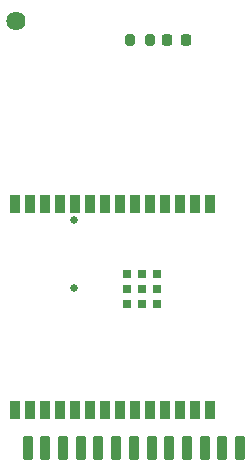
<source format=gts>
%TF.GenerationSoftware,KiCad,Pcbnew,9.0.4*%
%TF.CreationDate,2025-10-19T20:36:54-04:00*%
%TF.ProjectId,the-spirit-board,7468652d-7370-4697-9269-742d626f6172,rev?*%
%TF.SameCoordinates,Original*%
%TF.FileFunction,Soldermask,Top*%
%TF.FilePolarity,Negative*%
%FSLAX46Y46*%
G04 Gerber Fmt 4.6, Leading zero omitted, Abs format (unit mm)*
G04 Created by KiCad (PCBNEW 9.0.4) date 2025-10-19 20:36:54*
%MOMM*%
%LPD*%
G01*
G04 APERTURE LIST*
G04 Aperture macros list*
%AMRoundRect*
0 Rectangle with rounded corners*
0 $1 Rounding radius*
0 $2 $3 $4 $5 $6 $7 $8 $9 X,Y pos of 4 corners*
0 Add a 4 corners polygon primitive as box body*
4,1,4,$2,$3,$4,$5,$6,$7,$8,$9,$2,$3,0*
0 Add four circle primitives for the rounded corners*
1,1,$1+$1,$2,$3*
1,1,$1+$1,$4,$5*
1,1,$1+$1,$6,$7*
1,1,$1+$1,$8,$9*
0 Add four rect primitives between the rounded corners*
20,1,$1+$1,$2,$3,$4,$5,0*
20,1,$1+$1,$4,$5,$6,$7,0*
20,1,$1+$1,$6,$7,$8,$9,0*
20,1,$1+$1,$8,$9,$2,$3,0*%
G04 Aperture macros list end*
%ADD10RoundRect,0.120000X-0.280000X0.880000X-0.280000X-0.880000X0.280000X-0.880000X0.280000X0.880000X0*%
%ADD11RoundRect,0.218750X0.218750X0.256250X-0.218750X0.256250X-0.218750X-0.256250X0.218750X-0.256250X0*%
%ADD12RoundRect,0.200000X-0.200000X-0.275000X0.200000X-0.275000X0.200000X0.275000X-0.200000X0.275000X0*%
%ADD13R,0.900000X1.500000*%
%ADD14R,0.800000X0.800000*%
%ADD15C,0.650000*%
%ADD16C,1.625000*%
G04 APERTURE END LIST*
D10*
%TO.C,U1*%
X161500000Y-144000000D03*
X160000000Y-144000000D03*
X158500000Y-144000000D03*
X157000000Y-144000000D03*
X155500000Y-144000000D03*
X154000000Y-144000000D03*
X152500000Y-144000000D03*
X151000000Y-144000000D03*
X149500000Y-144000000D03*
X148000000Y-144000000D03*
X146500000Y-144000000D03*
X145000000Y-144000000D03*
X143500000Y-144000000D03*
%TD*%
D11*
%TO.C,D2*%
X156870500Y-109474000D03*
X155295500Y-109474000D03*
%TD*%
D12*
%TO.C,R34*%
X152210000Y-109474000D03*
X153860000Y-109474000D03*
%TD*%
D13*
%TO.C,IC1*%
X158920000Y-123305000D03*
X157650000Y-123305000D03*
X156380000Y-123305000D03*
X155110000Y-123305000D03*
X153840000Y-123305000D03*
X152570000Y-123305000D03*
X151300000Y-123305000D03*
X150030000Y-123305000D03*
X148760000Y-123305000D03*
X147490000Y-123305000D03*
X146220000Y-123305000D03*
X144950000Y-123305000D03*
X143680000Y-123305000D03*
X142410000Y-123305000D03*
X142410000Y-140805000D03*
X143680000Y-140805000D03*
X144950000Y-140805000D03*
X146220000Y-140805000D03*
X147490000Y-140805000D03*
X148760000Y-140805000D03*
X150030000Y-140805000D03*
X151300000Y-140805000D03*
X152570000Y-140805000D03*
X153840000Y-140805000D03*
X155110000Y-140805000D03*
X156380000Y-140805000D03*
X157650000Y-140805000D03*
X158920000Y-140805000D03*
D14*
X153200000Y-130550000D03*
X154450000Y-129300000D03*
X153200000Y-129300000D03*
X151950000Y-129300000D03*
X151950000Y-130550000D03*
X151950000Y-131800000D03*
X153200000Y-131800000D03*
X154450000Y-131800000D03*
X154450000Y-130550000D03*
%TD*%
D15*
%TO.C,J1*%
X147448000Y-130485000D03*
X147448000Y-124705000D03*
%TD*%
D16*
%TO.C,IC3*%
X142481000Y-107834000D03*
%TD*%
M02*

</source>
